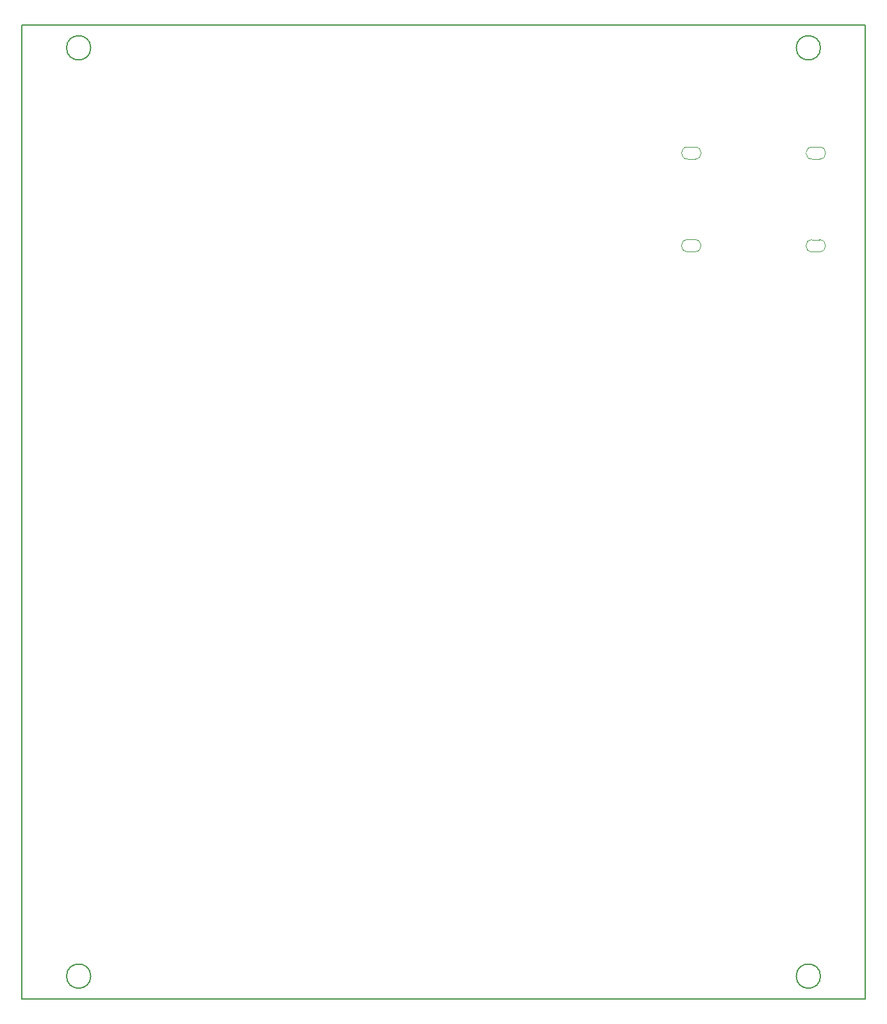
<source format=gbr>
%TF.GenerationSoftware,KiCad,Pcbnew,7.0.2*%
%TF.CreationDate,2023-06-20T02:09:05-06:00*%
%TF.ProjectId,dc31,64633331-2e6b-4696-9361-645f70636258,rev?*%
%TF.SameCoordinates,Original*%
%TF.FileFunction,Profile,NP*%
%FSLAX46Y46*%
G04 Gerber Fmt 4.6, Leading zero omitted, Abs format (unit mm)*
G04 Created by KiCad (PCBNEW 7.0.2) date 2023-06-20 02:09:05*
%MOMM*%
%LPD*%
G01*
G04 APERTURE LIST*
%TA.AperFunction,Profile*%
%ADD10C,0.200000*%
%TD*%
%TA.AperFunction,Profile*%
%ADD11C,0.010000*%
%TD*%
G04 APERTURE END LIST*
D10*
X201971400Y-156869000D02*
G75*
G03*
X201971400Y-156869000I-1600000J0D01*
G01*
X201971400Y-34369000D02*
G75*
G03*
X201971400Y-34369000I-1600000J0D01*
G01*
X105571400Y-156869000D02*
G75*
G03*
X105571400Y-156869000I-1600000J0D01*
G01*
X105571400Y-34369000D02*
G75*
G03*
X105571400Y-34369000I-1600000J0D01*
G01*
X96471400Y-31369000D02*
X207871400Y-31369000D01*
X207871400Y-159869000D01*
X96471400Y-159869000D01*
X96471400Y-31369000D01*
D11*
%TO.C,J3*%
X184400000Y-61280000D02*
X185400000Y-61280000D01*
X185400000Y-59680000D02*
X184400000Y-59680000D01*
X184400000Y-59680000D02*
G75*
G03*
X184400000Y-61280000I0J-800000D01*
G01*
X185400000Y-61280000D02*
G75*
G03*
X185400000Y-59680000I0J800000D01*
G01*
%TO.C,J5*%
X200848210Y-61290000D02*
X201848210Y-61290000D01*
X201848210Y-59690000D02*
X200848210Y-59690000D01*
X200848210Y-59690000D02*
G75*
G03*
X200848210Y-61290000I0J-800000D01*
G01*
X201848210Y-61290000D02*
G75*
G03*
X201848210Y-59690000I0J800000D01*
G01*
%TO.C,J2*%
X184410000Y-49050000D02*
X185410000Y-49050000D01*
X185410000Y-47450000D02*
X184410000Y-47450000D01*
X184410000Y-47450000D02*
G75*
G03*
X184410000Y-49050000I0J-800000D01*
G01*
X185410000Y-49050000D02*
G75*
G03*
X185410000Y-47450000I0J800000D01*
G01*
%TO.C,J6*%
X200858210Y-49060000D02*
X201858210Y-49060000D01*
X201858210Y-47460000D02*
X200858210Y-47460000D01*
X200858210Y-47460000D02*
G75*
G03*
X200858210Y-49060000I0J-800000D01*
G01*
X201858210Y-49060000D02*
G75*
G03*
X201858210Y-47460000I0J800000D01*
G01*
%TD*%
M02*

</source>
